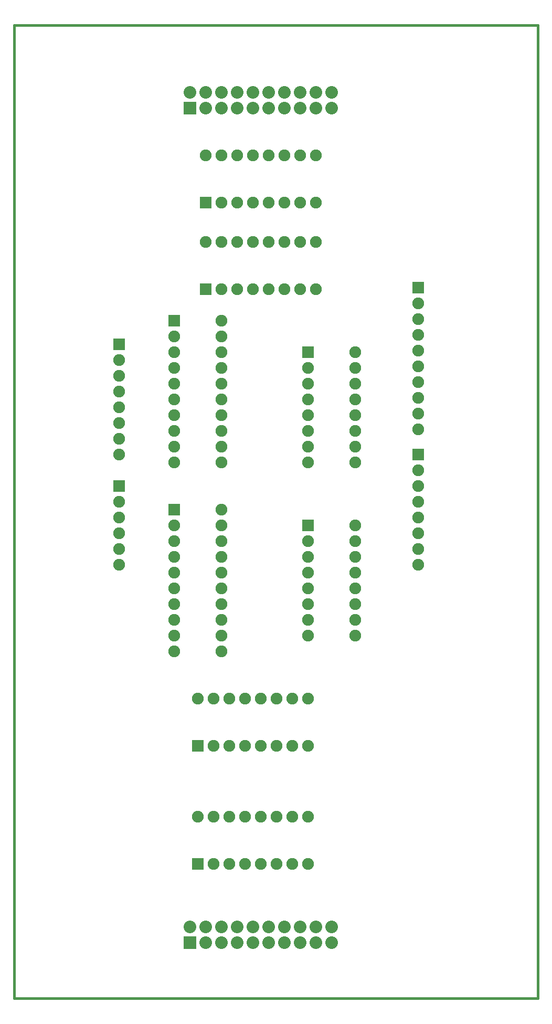
<source format=gts>
G04 (created by PCBNEW-RS274X (2012-01-19 BZR 3256)-stable) date 4/18/2012 11:58:31 PM*
G01*
G70*
G90*
%MOIN*%
G04 Gerber Fmt 3.4, Leading zero omitted, Abs format*
%FSLAX34Y34*%
G04 APERTURE LIST*
%ADD10C,0.006000*%
%ADD11C,0.015000*%
%ADD12R,0.075000X0.075000*%
%ADD13C,0.075000*%
%ADD14R,0.080000X0.080000*%
%ADD15C,0.080000*%
G04 APERTURE END LIST*
G54D10*
G54D11*
X23350Y-11750D02*
X23350Y-73550D01*
X56600Y-11750D02*
X23350Y-11750D01*
X56600Y-73550D02*
X56600Y-11750D01*
X23400Y-73550D02*
X56600Y-73550D01*
G54D12*
X49000Y-39000D03*
G54D13*
X49000Y-40000D03*
X49000Y-41000D03*
X49000Y-42000D03*
X49000Y-43000D03*
X49000Y-44000D03*
X49000Y-45000D03*
X49000Y-46000D03*
G54D12*
X30000Y-32000D03*
G54D13*
X30000Y-33000D03*
X30000Y-34000D03*
X30000Y-35000D03*
X30000Y-36000D03*
X30000Y-37000D03*
X30000Y-38000D03*
X30000Y-39000D03*
G54D14*
X34500Y-17000D03*
G54D15*
X34500Y-16000D03*
X39500Y-17000D03*
X35500Y-16000D03*
X40500Y-17000D03*
X36500Y-16000D03*
X41500Y-17000D03*
X37500Y-16000D03*
X42500Y-17000D03*
X38500Y-16000D03*
X43500Y-17000D03*
X39500Y-16000D03*
X40500Y-16000D03*
X41500Y-16000D03*
X42500Y-16000D03*
X43500Y-16000D03*
X35500Y-17000D03*
X36500Y-17000D03*
X37500Y-17000D03*
X38500Y-17000D03*
G54D14*
X34500Y-70000D03*
G54D15*
X34500Y-69000D03*
X39500Y-70000D03*
X35500Y-69000D03*
X40500Y-70000D03*
X36500Y-69000D03*
X41500Y-70000D03*
X37500Y-69000D03*
X42500Y-70000D03*
X38500Y-69000D03*
X43500Y-70000D03*
X39500Y-69000D03*
X40500Y-69000D03*
X41500Y-69000D03*
X42500Y-69000D03*
X43500Y-69000D03*
X35500Y-70000D03*
X36500Y-70000D03*
X37500Y-70000D03*
X38500Y-70000D03*
G54D12*
X33500Y-30500D03*
G54D13*
X33500Y-31500D03*
X33500Y-32500D03*
X33500Y-33500D03*
X33500Y-34500D03*
X33500Y-35500D03*
X33500Y-36500D03*
X33500Y-37500D03*
X33500Y-38500D03*
X33500Y-39500D03*
X36500Y-39500D03*
X36500Y-38500D03*
X36500Y-37500D03*
X36500Y-36500D03*
X36500Y-35500D03*
X36500Y-34500D03*
X36500Y-33500D03*
X36500Y-32500D03*
X36500Y-31500D03*
X36500Y-30500D03*
G54D12*
X33500Y-42500D03*
G54D13*
X33500Y-43500D03*
X33500Y-44500D03*
X33500Y-45500D03*
X33500Y-46500D03*
X33500Y-47500D03*
X33500Y-48500D03*
X33500Y-49500D03*
X33500Y-50500D03*
X33500Y-51500D03*
X36500Y-51500D03*
X36500Y-50500D03*
X36500Y-49500D03*
X36500Y-48500D03*
X36500Y-47500D03*
X36500Y-46500D03*
X36500Y-45500D03*
X36500Y-44500D03*
X36500Y-43500D03*
X36500Y-42500D03*
G54D12*
X35500Y-23000D03*
G54D13*
X36500Y-23000D03*
X37500Y-23000D03*
X38500Y-23000D03*
X39500Y-23000D03*
X40500Y-23000D03*
X41500Y-23000D03*
X42500Y-23000D03*
X42500Y-20000D03*
X41500Y-20000D03*
X40500Y-20000D03*
X39500Y-20000D03*
X38500Y-20000D03*
X37500Y-20000D03*
X36500Y-20000D03*
X35500Y-20000D03*
G54D12*
X42000Y-32500D03*
G54D13*
X42000Y-33500D03*
X42000Y-34500D03*
X42000Y-35500D03*
X42000Y-36500D03*
X42000Y-37500D03*
X42000Y-38500D03*
X42000Y-39500D03*
X45000Y-39500D03*
X45000Y-38500D03*
X45000Y-37500D03*
X45000Y-36500D03*
X45000Y-35500D03*
X45000Y-34500D03*
X45000Y-33500D03*
X45000Y-32500D03*
G54D12*
X42000Y-43500D03*
G54D13*
X42000Y-44500D03*
X42000Y-45500D03*
X42000Y-46500D03*
X42000Y-47500D03*
X42000Y-48500D03*
X42000Y-49500D03*
X42000Y-50500D03*
X45000Y-50500D03*
X45000Y-49500D03*
X45000Y-48500D03*
X45000Y-47500D03*
X45000Y-46500D03*
X45000Y-45500D03*
X45000Y-44500D03*
X45000Y-43500D03*
G54D12*
X35000Y-65000D03*
G54D13*
X36000Y-65000D03*
X37000Y-65000D03*
X38000Y-65000D03*
X39000Y-65000D03*
X40000Y-65000D03*
X41000Y-65000D03*
X42000Y-65000D03*
X42000Y-62000D03*
X41000Y-62000D03*
X40000Y-62000D03*
X39000Y-62000D03*
X38000Y-62000D03*
X37000Y-62000D03*
X36000Y-62000D03*
X35000Y-62000D03*
G54D12*
X35000Y-57500D03*
G54D13*
X36000Y-57500D03*
X37000Y-57500D03*
X38000Y-57500D03*
X39000Y-57500D03*
X40000Y-57500D03*
X41000Y-57500D03*
X42000Y-57500D03*
X42000Y-54500D03*
X41000Y-54500D03*
X40000Y-54500D03*
X39000Y-54500D03*
X38000Y-54500D03*
X37000Y-54500D03*
X36000Y-54500D03*
X35000Y-54500D03*
G54D12*
X35500Y-28500D03*
G54D13*
X36500Y-28500D03*
X37500Y-28500D03*
X38500Y-28500D03*
X39500Y-28500D03*
X40500Y-28500D03*
X41500Y-28500D03*
X42500Y-28500D03*
X42500Y-25500D03*
X41500Y-25500D03*
X40500Y-25500D03*
X39500Y-25500D03*
X38500Y-25500D03*
X37500Y-25500D03*
X36500Y-25500D03*
X35500Y-25500D03*
G54D12*
X49000Y-28400D03*
G54D13*
X49000Y-29400D03*
X49000Y-30400D03*
X49000Y-31400D03*
X49000Y-32400D03*
X49000Y-33400D03*
X49000Y-34400D03*
X49000Y-35400D03*
X49000Y-36400D03*
X49000Y-37400D03*
G54D12*
X30000Y-41000D03*
G54D13*
X30000Y-42000D03*
X30000Y-43000D03*
X30000Y-44000D03*
X30000Y-45000D03*
X30000Y-46000D03*
M02*

</source>
